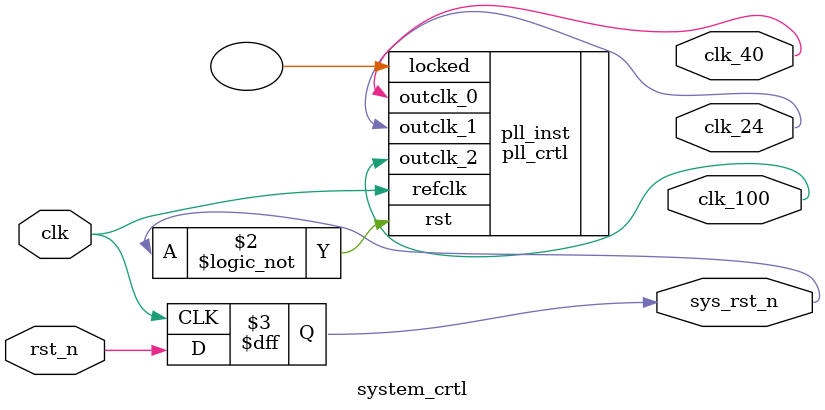
<source format=v>
/*-----------------------------------------------------------------------
* Date          :       2017/9/23 15:48:25 
* Version       :       1.0
* Description   :       Design for system crtl clk.
* --------------------------------------------------------------------*/

module  system_crtl
(
		//clk interface
        input                   clk                     ,       
        input                   rst_n                   ,       

        //global interface
        output  wire            clk_24                  ,       
        output  wire            clk_40                  ,       //90 degree
		output	wire			clk_100					,
        output  reg             sys_rst_n                          
);

      

//--------------------------------
////Funtion : ¼Ä´æ
 
always @(posedge clk )
begin
    sys_rst_n <= rst_n;
end



//--------------------------------
////Funtion : pll crtl

pll_crtl pll_inst(
		.refclk			(clk			),   //  refclk.clk
		.rst			(!sys_rst_n		),      //   reset.reset
		.outclk_0		(clk_40			), // outclk0.clk
		.outclk_1		(clk_24			), // outclk1.clk
		.outclk_2		(clk_100		),
		.locked			(				)    //  locked.export
	);




endmodule




</source>
